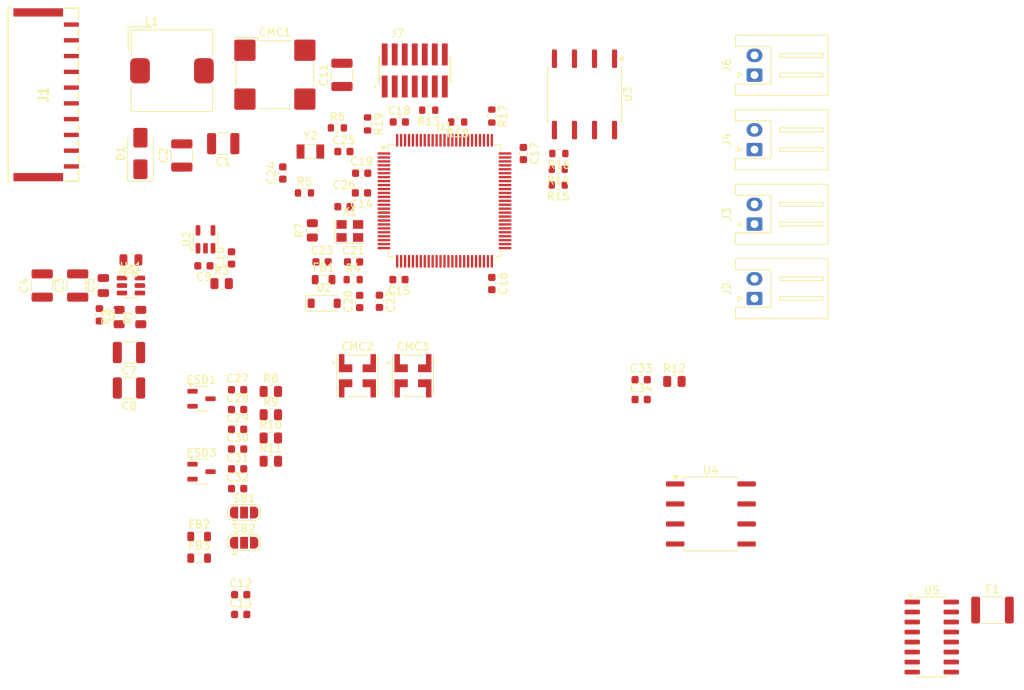
<source format=kicad_pcb>
(kicad_pcb (version 20240108) (generator "pcbnew") (generator_version "8.0")
  (layers (0 "F.Cu" signal) (1 "In1.Cu" power) (2 "In2.Cu" power) (31 "B.Cu" signal) (34 "B.Paste" user) (35 "F.Paste" user) (36 "B.SilkS" user "B.Silkscreen") (37 "F.SilkS" user "F.Silkscreen") (38 "B.Mask" user) (39 "F.Mask" user) (44 "Edge.Cuts" user))
  (net 0 "")
  (net 68 "Net-(C1-Pad1)")
  (net 69 "GND")
  (net 70 "+12V_CAR")
  (net 71 "+12V")
  (net 72 "Net-(Ue1-VBST)")
  (net 73 "Net-(Ue1-SW)")
  (net 74 "+5V")
  (net 75 "Net-(C12-Pad2)")
  (net 76 "Net-(C13-Pad2)")
  (net 77 "+3.3V")
  (net 78 "VREF")
  (net 79 "VDDA")
  (net 80 "Net-(C24-Pad2)")
  (net 81 "Net-(C25-Pad2)")
  (net 82 "Net-(U3-VCC2)")
  (net 83 "Net-(SB1-C)")
  (net 84 "Net-(U4-VCC2)")
  (net 85 "Net-(SB2-C)")
  (net 86 "CAN_CRIT_L")
  (net 87 "CAN_CRIT_H")
  (net 88 "CAN_COMM_H")
  (net 89 "CAN_COMM_L")
  (net 90 "/Connectors/Vbus")
  (net 91 "Net-(Ue1-VFB)")
  (net 92 "Net-(U2-EN)")
  (net 93 "LSE_OSC_IN")
  (net 94 "LSE_OSC_OUT")
  (net 95 "Net-(X1-EN)")
  (net 96 "Net-(SB1-A)")
  (net 97 "Net-(SB1-B)")
  (net 98 "Net-(SB2-A)")
  (net 99 "Net-(SB2-B)")
  (net 100 "CAN_COMM_RX")
  (net 101 "CAN_COMM_TX")
  (net 102 "CAN_CRIT_TX")
  (net 103 "HSE_IN")
  (net 104 "CAN_CRIT_RX")
  (net 106 "Net-(U3-CANH)")
  (net 107 "Net-(U3-CANL)")
  (net 108 "Net-(U4-CANH)")
  (net 109 "Net-(U4-CANL)")
  (net 110 "Net-(U5-EN)")
  (net 111 "RGB_CH_1")
  (net 112 "RGB_CH_4")
  (net 113 "RGB_CH_2")
  (net 114 "RGB_CH_3")
  (net 115 "Net-(J2-Pin_2)")
  (net 116 "Net-(J3-Pin_2)")
  (net 117 "Net-(J4-Pin_2)")
  (net 118 "Net-(J6-Pin_2)")
  (net 119 "UART4_TX")
  (net 120 "UART4_RX")
  (net 121 "SWDIO")
  (net 122 "SWCLK")
  (net 123 "SWO")
  (net 124 "NRST")
  (net 125 "Net-(J7-Pad12)")
  (net 126 "Net-(J7-Pad13)")
  (net 127 "Net-(J7-Pad04)")
  (net 128 "Net-(J7-Pad06)")
  (net 129 "Net-(J7-Pad08)")
  (net 133 "Net-(J7-Pad11)")
  (net 134 "Net-(J7-Pad14)")
  (footprint "Capacitor_SMD:C_0603_1608Metric" (layer "F.Cu") (at 117.475 81.25)
    (property "Reference" "C21" (at 0 -1.43 0) (layer "F.SilkS"))
    (property "Value" "2.2uF")
    (pad "1" smd roundrect (at -0.775 0) (size 0.9 0.95) (layers "F.Cu" "F.Paste" "F.Mask") (net 79 "VDDA"))
    (pad "2" smd roundrect (at 0.775 0) (size 0.9 0.95) (layers "F.Cu" "F.Paste" "F.Mask") (net 69 "GND"))
  )
  (footprint "Capacitor_SMD:C_0805_2012Metric" (layer "F.Cu") (at 85.75 84.25 90)
    (property "Reference" "C5" (at 0 -1.68 90) (layer "F.SilkS"))
    (property "Value" "100nF")
    (pad "1" smd roundrect (at -0.95 0 90) (size 1 1.45) (layers "F.Cu" "F.Paste" "F.Mask") (net 71 "+12V"))
    (pad "2" smd roundrect (at 0.95 0 90) (size 1 1.45) (layers "F.Cu" "F.Paste" "F.Mask") (net 69 "GND"))
  )
  (footprint "Package_TO_SOT_SMD:SOT-23-5" (layer "F.Cu") (at 98.7 78.3875 90)
    (property "Reference" "U2" (at 0 -2.4 90) (layer "F.SilkS"))
    (property "Value" "TLV75733PDBV")
    (pad "1" smd roundrect (at -1.1375 -0.95 90) (size 1.325 0.6) (layers "F.Cu" "F.Paste" "F.Mask") (net 74 "+5V"))
    (pad "2" smd roundrect (at -1.1375 0 90) (size 1.325 0.6) (layers "F.Cu" "F.Paste" "F.Mask") (net 69 "GND"))
    (pad "3" smd roundrect (at -1.1375 0.95 90) (size 1.325 0.6) (layers "F.Cu" "F.Paste" "F.Mask") (net 92 "Net-(U2-EN)"))
    (pad "4" smd roundrect (at 1.1375 0.95 90) (size 1.325 0.6) (layers "F.Cu" "F.Paste" "F.Mask"))
    (pad "5" smd roundrect (at 1.1375 -0.95 90) (size 1.325 0.6) (layers "F.Cu" "F.Paste" "F.Mask") (net 77 "+3.3V"))
  )
  (footprint "Resistor_SMD:R_0603_1608Metric" (layer "F.Cu") (at 127 62 180)
    (property "Reference" "R13" (at 0 -1.43 360) (layer "F.SilkS"))
    (property "Value" "100")
    (pad "1" smd roundrect (at -0.825 0 180) (size 0.8 0.95) (layers "F.Cu" "F.Paste" "F.Mask") (net 133 "Net-(J7-Pad11)"))
    (pad "2" smd roundrect (at 0.825 0 180) (size 0.8 0.95) (layers "F.Cu" "F.Paste" "F.Mask") (net 69 "GND"))
  )
  (footprint "Diode_SMD:D_SMA" (layer "F.Cu") (at 90.45 67.5 90)
    (property "Reference" "D1" (at 0 -2.5 90) (layer "F.SilkS"))
    (property "Value" "SMAJ18A")
    (pad "1" smd roundrect (at -2 0 90) (size 2.5 1.8) (layers "F.Cu" "F.Paste" "F.Mask") (roundrect_rratio 0.1388888889) (net 70 "+12V_CAR"))
    (pad "2" smd roundrect (at 2 0 90) (size 2.5 1.8) (layers "F.Cu" "F.Paste" "F.Mask") (roundrect_rratio 0.1388888889) (net 69 "GND"))
  )
  (footprint "Capacitor_SMD:C_0603_1608Metric" (layer "F.Cu") (at 102.775 105)
    (property "Reference" "C30" (at 0 -1.43 0) (layer "F.SilkS"))
    (property "Value" "100nF")
    (pad "1" smd roundrect (at -0.775 0) (size 0.9 0.95) (layers "F.Cu" "F.Paste" "F.Mask") (net 77 "+3.3V"))
    (pad "2" smd roundrect (at 0.775 0) (size 0.9 0.95) (layers "F.Cu" "F.Paste" "F.Mask") (net 69 "GND"))
  )
  (footprint "Inductor_SMD:L_CommonModeChoke_Murata_DLW5BTMxxxSQ2x_5x5mm" (layer "F.Cu") (at 117.965 95.7)
    (property "Reference" "CMC2" (at 0 -3.7 0) (layer "F.SilkS"))
    (property "Value" "DLW43SH101XK2L")
    (pad "1" smd custom (at -1.5 -0.95 270) (size 1 1.7) (layers "F.Cu" "F.Paste" "F.Mask") (net 107 "Net-(U3-CANL)") (options (clearance outline) (anchor rect)) (primitives (gr_poly (pts (xy -1.8 0.85) (xy 0.5 0.85) (xy 0.5 -0.85) (xy -0.5 -0.85) (xy -0.5 0.15) (xy -1.8 0.15)) (width 0) (fill yes))))
    (pad "2" smd custom (at -1.5 0.95 270) (size 1 1.7) (layers "F.Cu" "F.Paste" "F.Mask") (net 86 "CAN_CRIT_L") (options (clearance outline) (anchor rect)) (primitives (gr_poly (pts (xy 1.8 0.85) (xy -0.5 0.85) (xy -0.5 -0.85) (xy 0.5 -0.85) (xy 0.5 0.15) (xy 1.8 0.15)) (width 0) (fill yes))))
    (pad "3" smd custom (at 1.5 0.95 90) (size 1 1.7) (layers "F.Cu" "F.Paste" "F.Mask") (net 87 "CAN_CRIT_H") (options (clearance outline) (anchor rect)) (primitives (gr_poly (pts (xy -1.8 0.85) (xy 0.5 0.85) (xy 0.5 -0.85) (xy -0.5 -0.85) (xy -0.5 0.15) (xy -1.8 0.15)) (width 0) (fill yes))))
    (pad "4" smd custom (at 1.5 -0.95 90) (size 1 1.7) (layers "F.Cu" "F.Paste" "F.Mask") (net 106 "Net-(U3-CANH)") (options (clearance outline) (anchor rect)) (primitives (gr_poly (pts (xy 1.8 0.85) (xy -0.5 0.85) (xy -0.5 -0.85) (xy 0.5 -0.85) (xy 0.5 0.15) (xy 1.8 0.15)) (width 0) (fill yes))))
  )
  (footprint "Package_SO:SOP-8_6.62x9.15mm_P2.54mm" (layer "F.Cu") (at 162.775 113.23)
    (property "Reference" "U4" (at 0 -5.52 0) (layer "F.SilkS"))
    (property "Value" "ISO1050DUB")
    (pad "1" smd roundrect (at -4.525 -3.81) (size 2.35 0.65) (layers "F.Cu" "F.Paste" "F.Mask") (net 77 "+3.3V"))
    (pad "2" smd roundrect (at -4.525 -1.27) (size 2.35 0.65) (layers "F.Cu" "F.Paste" "F.Mask") (net 100 "CAN_COMM_RX"))
    (pad "3" smd roundrect (at -4.525 1.27) (size 2.35 0.65) (layers "F.Cu" "F.Paste" "F.Mask") (net 101 "CAN_COMM_TX"))
    (pad "4" smd roundrect (at -4.525 3.81) (size 2.35 0.65) (layers "F.Cu" "F.Paste" "F.Mask") (net 69 "GND"))
    (pad "5" smd roundrect (at 4.525 3.81) (size 2.35 0.65) (layers "F.Cu" "F.Paste" "F.Mask") (net 69 "GND"))
    (pad "6" smd roundrect (at 4.525 1.27) (size 2.35 0.65) (layers "F.Cu" "F.Paste" "F.Mask") (net 109 "Net-(U4-CANL)"))
    (pad "7" smd roundrect (at 4.525 -1.27) (size 2.35 0.65) (layers "F.Cu" "F.Paste" "F.Mask") (net 108 "Net-(U4-CANH)"))
    (pad "8" smd roundrect (at 4.525 -3.81) (size 2.35 0.65) (layers "F.Cu" "F.Paste" "F.Mask") (net 84 "Net-(U4-VCC2)"))
  )
  (footprint "Capacitor_SMD:C_1210_3225Metric" (layer "F.Cu") (at 82.5 84.25 90)
    (property "Reference" "C3" (at 0 -2.3 90) (layer "F.SilkS"))
    (property "Value" "10uF")
    (pad "1" smd roundrect (at -1.475 0 90) (size 1.15 2.7) (layers "F.Cu" "F.Paste" "F.Mask") (roundrect_rratio 0.217391) (net 71 "+12V"))
    (pad "2" smd roundrect (at 1.475 0 90) (size 1.15 2.7) (layers "F.Cu" "F.Paste" "F.Mask") (roundrect_rratio 0.217391) (net 69 "GND"))
  )
  (footprint "Inductor_SMD:L_0805_2012Metric" (layer "F.Cu") (at 97.895 118.84)
    (property "Reference" "FB3" (at 0 -1.55 0) (layer "F.SilkS"))
    (property "Value" "200R/100MHz 500mA")
    (pad "1" smd roundrect (at -1.0625 0) (size 0.875 1.2) (layers "F.Cu" "F.Paste" "F.Mask") (net 84 "Net-(U4-VCC2)"))
    (pad "2" smd roundrect (at 1.0625 0) (size 0.875 1.2) (layers "F.Cu" "F.Paste" "F.Mask") (net 74 "+5V"))
  )
  (footprint "SMB10:SM10B-ULHK-1TA1-ETB_HF" (layer "F.Cu") (at 78.15 60.05 90)
    (property "Reference" "J1" (at 0 0.025 90) (layer "F.SilkS") (effects (font (size 1.27 1.27) (thickness 0.254))))
    (property "Value" "SM10B-ULHK-1TA1-ETB_HF_" (hide yes))
    (pad "1" smd rect (at -9.09 3.55 90) (size 0.55 1.9) (layers "F.Cu" "F.Paste" "F.Mask") (net 90 "/Connectors/Vbus"))
    (pad "2" smd rect (at -7.09 3.55 90) (size 0.55 1.9) (layers "F.Cu" "F.Paste" "F.Mask") (net 90 "/Connectors/Vbus"))
    (pad "3" smd rect (at -5.09 3.55 90) (size 0.55 1.9) (layers "F.Cu" "F.Paste" "F.Mask") (net 90 "/Connectors/Vbus"))
    (pad "4" smd rect (at -3.09 3.55 90) (size 0.55 1.9) (layers "F.Cu" "F.Paste" "F.Mask") (net 69 "GND"))
    (pad "5" smd rect (at -1.09 3.55 90) (size 0.55 1.9) (layers "F.Cu" "F.Paste" "F.Mask") (net 87 "CAN_CRIT_H"))
    (pad "6" smd rect (at 0.91 3.55 90) (size 0.55 1.9) (layers "F.Cu" "F.Paste" "F.Mask") (net 86 "CAN_CRIT_L"))
    (pad "7" smd rect (at 2.91 3.55 90) (size 0.55 1.9) (layers "F.Cu" "F.Paste" "F.Mask") (net 69 "GND"))
    (pad "8" smd rect (at 4.91 3.55 90) (size 0.55 1.9) (layers "F.Cu" "F.Paste" "F.Mask") (net 88 "CAN_COMM_H"))
    (pad "9" smd rect (at 6.91 3.55 90) (size 0.55 1.9) (layers "F.Cu" "F.Paste" "F.Mask") (net 89 "CAN_COMM_L"))
    (pad "10" smd rect (at 8.91 3.55 90) (size 0.55 1.9) (layers "F.Cu" "F.Paste" "F.Mask") (net 69 "GND"))
    (pad "11" smd rect (at -10.45 -0.65 90) (size 1.05 6.3) (layers "F.Cu" "F.Paste" "F.Mask") (net 69 "GND"))
    (pad "12" smd rect (at 10.45 -0.65 90) (size 1.05 6.3) (layers "F.Cu" "F.Paste" "F.Mask") (net 69 "GND"))
  )
  (footprint "Resistor_SMD:R_0603_1608Metric" (layer "F.Cu") (at 115.425 64.25)
    (property "Reference" "R6" (at 0 -1.43 0) (layer "F.SilkS"))
    (property "Value" "0")
    (pad "1" smd roundrect (at -0.825 0) (size 0.8 0.95) (layers "F.Cu" "F.Paste" "F.Mask") (net 81 "Net-(C25-Pad2)"))
    (pad "2" smd roundrect (at 0.825 0) (size 0.8 0.95) (layers "F.Cu" "F.Paste" "F.Mask") (net 94 "LSE_OSC_OUT"))
  )
  (footprint "Capacitor_SMD:C_0603_1608Metric" (layer "F.Cu") (at 102 80.75 90)
    (property "Reference" "C10" (at 0 -1.43 90) (layer "F.SilkS"))
    (property "Value" "2.2uF")
    (pad "1" smd roundrect (at -0.775 0 90) (size 0.9 0.95) (layers "F.Cu" "F.Paste" "F.Mask") (net 69 "GND"))
    (pad "2" smd roundrect (at 0.775 0 90) (size 0.9 0.95) (layers "F.Cu" "F.Paste" "F.Mask") (net 77 "+3.3V"))
  )
  (footprint "Package_TO_SOT_SMD:SOT-23-6" (layer "F.Cu") (at 89.25 84.25)
    (property "Reference" "Ue1" (at 0 -2.4 0) (layer "F.SilkS"))
    (property "Value" "TPS562200")
    (pad "1" smd roundrect (at -1.1375 -0.95) (size 1.325 0.6) (layers "F.Cu" "F.Paste" "F.Mask") (net 69 "GND"))
    (pad "2" smd roundrect (at -1.1375 0) (size 1.325 0.6) (layers "F.Cu" "F.Paste" "F.Mask") (net 73 "Net-(Ue1-SW)"))
    (pad "3" smd roundrect (at -1.1375 0.95) (size 1.325 0.6) (layers "F.Cu" "F.Paste" "F.Mask") (net 71 "+12V"))
    (pad "4" smd roundrect (at 1.1375 0.95) (size 1.325 0.6) (layers "F.Cu" "F.Paste" "F.Mask") (net 91 "Net-(Ue1-VFB)"))
    (pad "5" smd roundrect (at 1.1375 0) (size 1.325 0.6) (layers "F.Cu" "F.Paste" "F.Mask") (net 71 "+12V"))
    (pad "6" smd roundrect (at 1.1375 -0.95) (size 1.325 0.6) (layers "F.Cu" "F.Paste" "F.Mask") (net 72 "Net-(Ue1-VBST)"))
  )
  (footprint "Resistor_SMD:R_0805_2012Metric" (layer "F.Cu") (at 106.985 106.54)
    (property "Reference" "R11" (at 0 -1.65 0) (layer "F.SilkS"))
    (property "Value" "60.4")
    (pad "1" smd roundrect (at -0.9125 0) (size 1.025 1.4) (layers "F.Cu" "F.Paste" "F.Mask") (roundrect_rratio 0.243902) (net 99 "Net-(SB2-B)"))
    (pad "2" smd roundrect (at 0.9125 0) (size 1.025 1.4) (layers "F.Cu" "F.Paste" "F.Mask") (roundrect_rratio 0.243902) (net 89 "CAN_COMM_L"))
  )
  (footprint "Capacitor_SMD:C_0603_1608Metric" (layer "F.Cu") (at 103.165 125.98)
    (property "Reference" "C13" (at 0 -1.43 0) (layer "F.SilkS"))
    (property "Value" "2.2uF")
    (pad "1" smd roundrect (at -0.775 0) (size 0.9 0.95) (layers "F.Cu" "F.Paste" "F.Mask") (net 69 "GND"))
    (pad "2" smd roundrect (at 0.775 0) (size 0.9 0.95) (layers "F.Cu" "F.Paste" "F.Mask") (net 76 "Net-(C13-Pad2)"))
  )
  (footprint "Inductor_SMD:L_CommonModeChoke_Murata_DLW5BTMxxxSQ2x_5x5mm" (layer "F.Cu") (at 125 95.7)
    (property "Reference" "CMC3" (at 0 -3.7 0) (layer "F.SilkS"))
    (property "Value" "DLW43SH101XK2L")
    (pad "1" smd custom (at -1.5 -0.95 270) (size 1 1.7) (layers "F.Cu" "F.Paste" "F.Mask") (net 109 "Net-(U4-CANL)") (options (clearance outline) (anchor rect)) (primitives (gr_poly (pts (xy -1.8 0.85) (xy 0.5 0.85) (xy 0.5 -0.85) (xy -0.5 -0.85) (xy -0.5 0.15) (xy -1.8 0.15)) (width 0) (fill yes))))
    (pad "2" smd custom (at -1.5 0.95 270) (size 1 1.7) (layers "F.Cu" "F.Paste" "F.Mask") (net 89 "CAN_COMM_L") (options (clearance outline) (anchor rect)) (primitives (gr_poly (pts (xy 1.8 0.85) (xy -0.5 0.85) (xy -0.5 -0.85) (xy 0.5 -0.85) (xy 0.5 0.15) (xy 1.8 0.15)) (width 0) (fill yes))))
    (pad "3" smd custom (at 1.5 0.95 90) (size 1 1.7) (layers "F.Cu" "F.Paste" "F.Mask") (net 88 "CAN_COMM_H") (options (clearance outline) (anchor rect)) (primitives (gr_poly (pts (xy -1.8 0.85) (xy 0.5 0.85) (xy 0.5 -0.85) (xy -0.5 -0.85) (xy -0.5 0.15) (xy -1.8 0.15)) (width 0) (fill yes))))
    (pad "4" smd custom (at 1.5 -0.95 90) (size 1 1.7) (layers "F.Cu" "F.Paste" "F.Mask") (net 108 "Net-(U4-CANH)") (options (clearance outline) (anchor rect)) (primitives (gr_poly (pts (xy 1.8 0.85) (xy -0.5 0.85) (xy -0.5 -0.85) (xy 0.5 -0.85) (xy 0.5 0.15) (xy 1.8 0.15)) (width 0) (fill yes))))
  )
  (footprint "Resistor_SMD:R_0805_2012Metric" (layer "F.Cu") (at 112.25 77.25 90)
    (property "Reference" "R7" (at 0 -1.65 90) (layer "F.SilkS"))
    (property "Value" "10K")
    (pad "1" smd roundrect (at -0.9125 0 90) (size 1.025 1.4) (layers "F.Cu" "F.Paste" "F.Mask") (roundrect_rratio 0.243902) (net 95 "Net-(X1-EN)"))
    (pad "2" smd roundrect (at 0.9125 0 90) (size 1.025 1.4) (layers "F.Cu" "F.Paste" "F.Mask") (roundrect_rratio 0.243902) (net 77 "+3.3V"))
  )
  (footprint "Capacitor_SMD:C_1210_3225Metric" (layer "F.Cu") (at 100.95 66.25 180)
    (property "Reference" "C1" (at 0 -2.3 360) (layer "F.SilkS"))
    (property "Value" "10uF")
    (pad "1" smd roundrect (at -1.475 0 180) (size 1.15 2.7) (layers "F.Cu" "F.Paste" "F.Mask") (roundrect_rratio 0.217391) (net 68 "Net-(C1-Pad1)"))
    (pad "2" smd roundrect (at 1.475 0 180) (size 1.15 2.7) (layers "F.Cu" "F.Paste" "F.Mask") (roundrect_rratio 0.217391) (net 69 "GND"))
  )
  (footprint "Resistor_SMD:R_0603_1608Metric" (layer "F.Cu") (at 117.425 83.5)
    (property "Reference" "R4" (at 0 -1.43 0) (layer "F.SilkS"))
    (property "Value" "47")
    (pad "1" smd roundrect (at -0.825 0) (size 0.8 0.95) (layers "F.Cu" "F.Paste" "F.Mask") (net 79 "VDDA"))
    (pad "2" smd roundrect (at 0.825 0) (size 0.8 0.95) (layers "F.Cu" "F.Paste" "F.Mask") (net 78 "VREF"))
  )
  (footprint "Connector_JST:JST_XH_S2B-XH-A_1x02_P2.50mm_Horizontal" (layer "F.Cu") (at 168.3 67 90)
    (property "Reference" "J4" (at 1.25 -3.5 90) (layer "F.SilkS"))
    (property "Value" "Conn_01x02")
    (pad "1" thru_hole roundrect (at 0 0 90) (size 1.7 2) (drill 1) (layers "*.Cu" "*.Mask") (roundrect_rratio 0.147059) (net 69 "GND"))
    (pad "2" thru_hole oval (at 2.5 0 90) (size 1.7 2) (drill 1) (layers "*.Cu" "*.Mask") (net 117 "Net-(J4-Pin_2)"))
  )
  (footprint "Capacitor_SMD:C_1210_3225Metric" (layer "F.Cu") (at 89 97.25 180)
    (property "Reference" "C8" (at 0 -2.3 360) (layer "F.SilkS"))
    (property "Value" "10uF")
    (pad "1" smd roundrect (at -1.475 0 180) (size 1.15 2.7) (layers "F.Cu" "F.Paste" "F.Mask") (roundrect_rratio 0.217391) (net 74 "+5V"))
    (pad "2" smd roundrect (at 1.475 0 180) (size 1.15 2.7) (layers "F.Cu" "F.Paste" "F.Mask") (roundrect_rratio 0.217391) (net 69 "GND"))
  )
  (footprint "Resistor_SMD:R_0603_1608Metric" (layer "F.Cu") (at 143.5 67.5 180)
    (property "Reference" "R16" (at 0 -1.43 360) (layer "F.SilkS"))
    (property "Value" "100")
    (pad "1" smd roundrect (at -0.825 0 180) (size 0.8 0.95) (layers "F.Cu" "F.Paste" "F.Mask") (net 127 "Net-(J7-Pad04)"))
    (pad "2" smd roundrect (at 0.825 0 180) (size 0.8 0.95) (layers "F.Cu" "F.Paste" "F.Mask") (net 121 "SWDIO"))
  )
  (footprint "Oscillator:Oscillator_SMD_Abracon_ASE-4Pin_3.2x2.5mm" (layer "F.Cu") (at 117 77.325)
    (property "Reference" "X1" (at 0 -2.45 360) (layer "F.SilkS"))
    (property "Value" "ASE-16.00MHz")
    (pad "1" smd rect (at -1.05 0.825) (size 1.3 1.1) (layers "F.Cu" "F.Paste" "F.Mask") (net 95 "Net-(X1-EN)"))
    (pad "2" smd rect (at 1.05 0.825) (size 1.3 1.1) (layers "F.Cu" "F.Paste" "F.Mask") (net 69 "GND"))
    (pad "3" smd rect (at 1.05 -0.825) (size 1.3 1.1) (layers "F.Cu" "F.Paste" "F.Mask") (net 103 "HSE_IN"))
    (pad "4" smd rect (at -1.05 -0.825) (size 1.3 1.1) (layers "F.Cu" "F.Paste" "F.Mask") (net 77 "+3.3V"))
  )
  (footprint "Capacitor_SMD:C_1210_3225Metric" (layer "F.Cu") (at 116 57.525 90)
    (property "Reference" "C11" (at 0 -2.3 90) (layer "F.SilkS"))
    (property "Value" "10uF")
    (pad "1" smd roundrect (at -1.475 0 90) (size 1.15 2.7) (layers "F.Cu" "F.Paste" "F.Mask") (roundrect_rratio 0.217391) (net 71 "+12V"))
    (pad "2" smd roundrect (at 1.475 0 90) (size 1.15 2.7) (layers "F.Cu" "F.Paste" "F.Mask") (roundrect_rratio 0.217391) (net 69 "GND"))
  )
  (footprint "Resistor_SMD:R_0603_1608Metric" (layer "F.Cu") (at 130.675 63.5 180)
    (property "Reference" "R18" (at 0 -1.43 360) (layer "F.SilkS"))
    (property "Value" "100")
    (pad "1" smd roundrect (at -0.825 0 180) (size 0.8 0.95) (layers "F.Cu" "F.Paste" "F.Mask") (net 129 "Net-(J7-Pad08)"))
    (pad "2" smd roundrect (at 0.825 0 180) (size 0.8 0.95) (layers "F.Cu" "F.Paste" "F.Mask") (net 123 "SWO"))
  )
  (footprint "Inductor_SMD:L_0603_1608Metric" (layer "F.Cu") (at 85.25 87.9625 -90)
    (property "Reference" "L2" (at 0 -1.43 90) (layer "F.SilkS"))
    (property "Value" "4.7uH")
    (pad "1" smd roundrect (at -0.7875 0 270) (size 0.875 0.95) (layers "F.Cu" "F.Paste" "F.Mask") (net 73 "Net-(Ue1-SW)"))
    (pad "2" smd roundrect (at 0.7875 0 270) (size 0.875 0.95) (layers "F.Cu" "F.Paste" "F.Mask") (net 74 "+5V"))
  )
  (footprint "Diode_SMD:D_SOD-123" (layer "F.Cu") (at 113.75 86.5)
    (property "Reference" "D2" (at 0 -2 0) (layer "F.SilkS"))
    (property "Value" "1N5819W1")
    (pad "1" smd roundrect (at -1.65 0) (size 0.9 1.2) (layers "F.Cu" "F.Paste" "F.Mask") (net 77 "+3.3V"))
    (pad "2" smd roundrect (at 1.65 0) (size 0.9 1.2) (layers "F.Cu" "F.Paste" "F.Mask") (net 79 "VDDA"))
  )
  (footprint "Inductor_SMD:L_0805_2012Metric" (layer "F.Cu") (at 97.895 116.09)
    (property "Reference" "FB2" (at 0 -1.55 0) (layer "F.SilkS"))
    (property "Value" "200R/100MHz 500mA")
    (pad "1" smd roundrect (at -1.0625 0) (size 0.875 1.2) (layers "F.Cu" "F.Paste" "F.Mask") (net 82 "Net-(U3-VCC2)"))
    (pad "2" smd roundrect (at 1.0625 0) (size 0.875 1.2) (layers "F.Cu" "F.Paste" "F.Mask") (net 74 "+5V"))
  )
  (footprint "Capacitor_SMD:C_0603_1608Metric" (layer "F.Cu") (at 123.275 63.5)
    (property "Reference" "C18" (at 0 -1.43 0) (layer "F.SilkS"))
    (property "Value" "100nF")
    (pad "1" smd roundrect (at -0.775 0) (size 0.9 0.95) (layers "F.Cu" "F.Paste" "F.Mask") (net 77 "+3.3V"))
    (pad "2" smd roundrect (at 0.775 0) (size 0.9 0.95) (layers "F.Cu" "F.Paste" "F.Mask") (net 69 "GND"))
  )
  (footprint "Capacitor_SMD:C_0805_2012Metric" (layer "F.Cu") (at 89.25 81 180)
    (property "Reference" "C6" (at 0 -1.68 360) (layer "F.SilkS"))
    (property "Value" "100nF")
    (pad "1" smd roundrect (at -0.95 0 180) (size 1 1.45) (layers "F.Cu" "F.Paste" "F.Mask") (net 72 "Net-(Ue1-VBST)"))
    (pad "2" smd roundrect (at 0.95 0 180) (size 1 1.45) (layers "F.Cu" "F.Paste" "F.Mask") (net 73 "Net-(Ue1-SW)"))
  )
  (footprint "Resistor_SMD:R_0805_2012Metric" (layer "F.Cu") (at 106.985 103.59)
    (property "Reference" "R10" (at 0 -1.65 0) (layer "F.SilkS"))
    (property "Value" "60.4")
    (pad "1" smd roundrect (at -0.9125 0) (size 1.025 1.4) (layers "F.Cu" "F.Paste" "F.Mask") (roundrect_rratio 0.243902) (net 98 "Net-(SB2-A)"))
    (pad "2" smd roundrect (at 0.9125 0) (size 1.025 1.4) (layers "F.Cu" "F.Paste" "F.Mask") (roundrect_rratio 0.243902) (net 88 "CAN_COMM_H"))
  )
  (footprint "Resistor_SMD:R_0603_1608Metric" (layer "F.Cu") (at 143.425 69.5 180)
    (property "Reference" "R14" (at 0 -1.43 360) (layer "F.SilkS"))
    (property "Value" "0")
    (pad "1" smd roundrect (at -0.825 0 180) (size 0.8 0.95) (layers "F.Cu" "F.Paste" "F.Mask") (net 134 "Net-(J7-Pad14)"))
    (pad "2" smd roundrect (at 0.825 0 180) (size 0.8 0.95) (layers "F.Cu" "F.Paste" "F.Mask") (net 119 "UART4_TX"))
  )
  (footprint "Capacitor_SMD:C_0603_1608Metric" (layer "F.Cu") (at 98.5 81.75 180)
    (property "Reference" "C9" (at 0 -1.43 360) (layer "F.SilkS"))
    (property "Value" "2.2uF")
    (pad "1" smd roundrect (at -0.775 0 180) (size 0.9 0.95) (layers "F.Cu" "F.Paste" "F.Mask") (net 69 "GND"))
    (pad "2" smd roundrect (at 0.775 0 180) (size 0.9 0.95) (layers "F.Cu" "F.Paste" "F.Mask") (net 74 "+5V"))
  )
  (footprint "Capacitor_SMD:C_0603_1608Metric" (layer "F.Cu") (at 118.5 70 180)
    (property "Reference" "C19" (at 0 1.5 360) (layer "F.SilkS"))
    (property "Value" "100nF")
    (pad "1" smd roundrect (at -0.775 0 180) (size 0.9 0.95) (layers "F.Cu" "F.Paste" "F.Mask") (net 77 "+3.3V"))
    (pad "2" smd roundrect (at 0.775 0 180) (size 0.9 0.95) (layers "F.Cu" "F.Paste" "F.Mask") (net 69 "GND"))
  )
  (footprint "Capacitor_SMD:C_0603_1608Metric" (layer "F.Cu") (at 153.9371 96.1967)
    (property "Reference" "C33" (at 0 -1.43 0) (layer "F.SilkS"))
    (property "Value" "100nF")
    (pad "1" smd roundrect (at -0.775 0) (size 0.9 0.95) (layers "F.Cu" "F.Paste" "F.Mask") (net 77 "+3.3V"))
    (pad "2" smd roundrect (at 0.775 0) (size 0.9 0.95) (layers "F.Cu" "F.Paste" "F.Mask") (net 69 "GND"))
  )
  (footprint "Capacitor_SMD:C_0603_1608Metric" (layer "F.Cu") (at 118.475 72.5 180)
    (property "Reference" "C14" (at 0 -1.43 360) (layer "F.SilkS"))
    (property "Value" "100nF")
    (pad "1" smd roundrect (at -0.775 0 180) (size 0.9 0.95) (layers "F.Cu" "F.Paste" "F.Mask") (net 77 "+3.3V"))
    (pad "2" smd roundrect (at 0.775 0 180) (size 0.9 0.95) (layers "F.Cu" "F.Paste" "F.Mask") (net 69 "GND"))
  )
  (footprint "Capacitor_SMD:C_1210_3225Metric" (layer "F.Cu") (at 78 84.25 90)
    (property "Reference" "C4" (at 0 -2.3 90) (layer "F.SilkS"))
    (property "Value" "10uF")
    (pad "1" smd roundrect (at -1.475 0 90) (size 1.15 2.7) (layers "F.Cu" "F.Paste" "F.Mask") (roundrect_rratio 0.217391) (net 71 "+12V"))
    (pad "2" smd roundrect (at 1.475 0 90) (size 1.15 2.7) (layers "F.Cu" "F.Paste" "F.Mask") (roundrect_rratio 0.217391) (net 69 "GND"))
  )
  (footprint "Package_QFP:LQFP-100_14x14mm_P0.5mm" (layer "F.Cu") (at 129 73.5)
    (property "Reference" "U1" (at 0 -9.42 0) (layer "F.SilkS"))
    (property "Value" "STM32H743VITx")
    (pad "1" smd roundrect (at -7.675 -6) (size 1.6 0.3) (layers "F.Cu" "F.Paste" "F.Mask"))
    (pad "2" smd roundrect (at -7.675 -5.5) (size 1.6 0.3) (layers "F.Cu" "F.Paste" "F.Mask"))
    (pad "3" smd roundrect (at -7.675 -5) (size 1.6 0.3) (layers "F.Cu" "F.Paste" "F.Mask"))
    (pad "4" smd roundrect (at -7.675 -4.5) (size 1.6 0.3) (layers "F.Cu" "F.Paste" "F.Mask"))
    (pad "5" smd roundrect (at -7.675 -4) (size 1.6 0.3) (layers "F.Cu" "F.Paste" "F.Mask"))
    (pad "6" smd roundrect (at -7.675 -3.5) (size 1.6 0.3) (layers "F.Cu" "F.Paste" "F.Mask") (net 77 "+3.3V"))
    (pad "7" smd roundrect (at -7.675 -3) (size 1.6 0.3) (layers "F.Cu" "F.Paste" "F.Mask"))
    (pad "8" smd roundrect (at -7.675 -2.5) (size 1.6 0.3) (layers "F.Cu" "F.Paste" "F.Mask") (net 93 "LSE_OSC_IN"))
    (pad "9" smd roundrect (at -7.675 -2) (size 1.6 0.3) (layers "F.Cu" "F.Paste" "F.Mask") (net 94 "LSE_OSC_OUT"))
    (pad "10" smd roundrect (at -7.675 -1.5) (size 1.6 0.3) (layers "F.Cu" "F.Paste" "F.Mask") (net 69 "GND"))
    (pad "11" smd roundrect (at -7.675 -1) (size 1.6 0.3) (layers "F.Cu" "F.Paste" "F.Mask") (net 77 "+3.3V"))
    (pad "12" smd roundrect (at -7.675 -0.5) (size 1.6 0.3) (layers "F.Cu" "F.Paste" "F.Mask") (net 103 "HSE_IN"))
    (pad "13" smd roundrect (at -7.675 0) (size 1.6 0.3) (layers "F.Cu" "F.Paste" "F.Mask"))
    (pad "14" smd roundrect (at -7.675 0.5) (size 1.6 0.3) (layers "F.Cu" "F.Paste" "F.Mask") (net 124 "NRST"))
    (pad "15" smd roundrect (at -7.675 1) (size 1.6 0.3) (layers "F.Cu" "F.Paste" "F.Mask"))
    (pad "16" smd roundrect (at -7.675 1.5) (size 1.6 0.3) (layers "F.Cu" "F.Paste" "F.Mask"))
    (pad "17" smd roundrect (at -7.675 2) (size 1.6 0.3) (layers "F.Cu" "F.Paste" "F.Mask"))
    (pad "18" smd roundrect (at -7.675 2.5) (size 1.6 0.3) (layers "F.Cu" "F.Paste" "F.Mask"))
    (pad "19" smd roundrect (at -7.675 3) (size 1.6 0.3) (layers "F.Cu" "F.Paste" "F.Mask") (net 69 "GND"))
    (pad "20" smd roundrect (at -7.675 3.5) (size 1.6 0.3) (layers "F.Cu" "F.Paste" "F.Mask") (net 78 "VREF"))
    (pad "21" smd roundrect (at -7.675 4) (size 1.6 0.3) (layers "F.Cu" "F.Paste" "F.Mask") (net 79 "VDDA"))
    (pad "22" smd roundrect (at -7.675 4.5) (size 1.6 0.3) (layers "F.Cu" "F.Paste" "F.Mask"))
    (pad "23" smd roundrect (at -7.675 5) (size 1.6 0.3) (layers "F.Cu" "F.Paste" "F.Mask"))
    (pad "24" smd roundrect (at -7.675 5.5) (size 1.6 0.3) (layers "F.Cu" "F.Paste" "F.Mask"))
    (pad "25" smd roundrect (at -7.675 6) (size 1.6 0.3) (layers "F.Cu" "F.Paste" "F.Mask"))
    (pad "26" smd roundrect (at -6 7.675) (size 0.3 1.6) (layers "F.Cu" "F.Paste" "F.Mask") (net 69 "GND"))
    (pad "27" smd roundrect (at -5.5 7.675) (size 0.3 1.6) (layers "F.Cu" "F.Paste" "F.Mask") (net 77 "+3.3V"))
    (pad "28" smd roundrect (at -5 7.675) (size 0.3 1.6) (layers "F.Cu" "F.Paste" "F.Mask"))
    (pad "29" smd roundrect (at -4.5 7.675) (size 0.3 1.6) (layers "F.Cu" "F.Paste" "F.Mask"))
    (pad "30" smd roundrect (at -4 7.675) (size 0.3 1.6) (layers "F.Cu" "F.Paste" "F.Mask"))
    (pad "31" smd roundrect (at -3.5 7.675) (size 0.3 1.6) (layers "F.Cu" "F.Paste" "F.Mask"))
    (pad "32" smd roundrect (at -3 7.675) (size 0.3 1.6) (layers "F.Cu" "F.Paste" "F.Mask"))
    (pad "33" smd roundrect (at -2.5 7.675) (size 0.3 1.6) (layers "F.Cu" "F.Paste" "F.Mask"))
    (pad "34" smd roundrect (at -2 7.675) (size 0.3 1.6) (layers "F.Cu" "F.Paste" "F.Mask"))
    (pad "35" smd roundrect (at -1.5 7.675) (size 0.3 1.6) (layers "F.Cu" "F.Paste" "F.Mask"))
    (pad "36" smd roundrect (at -1 7.675) (size 0.3 1.6) (layers "F.Cu" "F.Paste" "F.Mask"))
    (pad "37" smd roundrect (at -0.5 7.675) (size 0.3 1.6) (layers "F.Cu" "F.Paste" "F.Mask"))
    (pad "38" smd roundrect (at 0 7.675) (size 0.3 1.6) (layers "F.Cu" "F.Paste" "F.Mask"))
    (pad "39" smd roundrect (at 0.5 7.675) (size 0.3 1.6) (layers "F.Cu" "F.Paste" "F.Mask") (net 111 "RGB_CH_1"))
    (pad "40" smd roundrect (at 1 7.675) (size 0.3 1.6) (layers "F.Cu" "F.Paste" "F.Mask"))
    (pad "41" smd roundrect (at 1.5 7.675) (size 0.3 1.6) (layers "F.Cu" "F.Paste" "F.Mask") (net 113 "RGB_CH_2"))
    (pad "42" smd roundrect (at 2 7.675) (size 0.3 1.6) (layers "F.Cu" "F.Paste" "F.Mask"))
    (pad "43" smd roundrect (at 2.5 7.675) (size 0.3 1.6) (layers "F.Cu" "F.Paste" "F.Mask") (net 114 "RGB_CH_3"))
    (pad "44" smd roundrect (at 3 7.675) (size 0.3 1.6) (layers "F.Cu" "F.Paste" "F.Mask") (net 112 "RGB_CH_4"))
    (pad "45" smd roundrect (at 3.5 7.675) (size 0.3 1.6) (layers "F.Cu" "F.Paste" "F.Mask"))
    (pad "46" smd roundrect (at 4 7.675) (size 0.3 1.6) (layers "F.Cu" "F.Paste" "F.Mask"))
    (pad "47" smd roundrect (at 4.5 7.675) (size 0.3 1.6) (layers "F.Cu" "F.Paste" "F.Mask"))
    (pad "48" smd roundrect (at 5 7.675) (size 0.3 1.6) (layers "F.Cu" "F.Paste" "F.Mask") (net 75 "Net-(C12-Pad2)"))
    (pad "49" smd roundrect (at 5.5 7.675) (size 0.3 1.6) (layers "F.Cu" "F.Paste" "F.Mask") (net 69 "GND"))
    (pad "50" smd roundrect (at 6 7.675) (size 0.3 1.6) (layers "F.Cu" "F.Paste" "F.Mask") (net 77 "+3.3V"))
    (pad "51" smd roundrect (at 7.675 6) (size 1.6 0.3) (layers "F.Cu" "F.Paste" "F.Mask"))
    (pad "52" smd roundrect (at 7.675 5.5) (size 1.6 0.3) (layers "F.Cu" "F.Paste" "F.Mask"))
    (pad "53" smd roundrect (at 7.675 5) (size 1.6 0.3) (layers "F.Cu" "F.Paste" "F.Mask"))
    (pad "54" smd roundrect (at 7.675 4.5) (size 1.6 0.3) (layers "F.Cu" "F.Paste" "F.Mask"))
    (pad "55" smd roundrect (at 7.675 4) (size 1.6 0.3) (layers "F.Cu" "F.Paste" "F.Mask"))
    (pad "56" smd roundrect (at 7.675 3.5) (size 1.6 0.3) (layers "F.Cu" "F.Paste" "F.Mask"))
    (pad "57" smd roundrect (at 7.675 3) (size 1.6 0.3) (layers "F.Cu" "F.Paste" "F.Mask"))
    (pad "58" smd roundrect (at 7.675 2.5) (size 1.6 0.3) (layers "F.Cu" "F.Paste" "F.Mask"))
    (pad "59" smd roundrect (at 7.675 2) (size 1.6 0.3) (layers "F.Cu" "F.Paste" "F.Mask"))
    (pad "60" smd roundrect (at 7.675 1.5) (size 1.6 0.3) (layers "F.Cu" "F.Paste" "F.Mask"))
    (pad "61" smd roundrect (at 7.675 1) (size 1.6 0.3) (layers "F.Cu" "F.Paste" "F.Mask"))
    (pad "62" smd roundrect (at 7.675 0.5) (size 1.6 0.3) (layers "F.Cu" "F.Paste" "F.Mask"))
    (pad "63" smd roundrect (at 7.675 0) (size 1.6 0.3) (layers "F.Cu" "F.Paste" "F.Mask"))
    (pad "64" smd roundrect (at 7.675 -0.5) (size 1.6 0.3) (layers "F.Cu" "F.Paste" "F.Mask"))
    (pad "65" smd roundrect (at 7.675 -1) (size 1.6 0.3) (layers "F.Cu" "F.Paste" "F.Mask"))
    (pad "66" smd roundrect (at 7.675 -1.5) (size 1.6 0.3) (layers "F.Cu" "F.Paste" "F.Mask"))
    (pad "67" smd roundrect (at 7.675 -2) (size 1.6 0.3) (layers "F.Cu" "F.Paste" "F.Mask"))
    (pad "68" smd roundrect (at 7.675 -2.5) (size 1.6 0.3) (layers "F.Cu" "F.Paste" "F.Mask"))
    (pad "69" smd roundrect (at 7.675 -3) (size 1.6 0.3) (layers "F.Cu" "F.Paste" "F.Mask"))
    (pad "70" smd roundrect (at 7.675 -3.5) (size 1.6 0.3) (layers "F.Cu" "F.Paste" "F.Mask") (net 120 "UART4_RX"))
    (pad "71" smd roundrect (at 7.675 -4) (size 1.6 0.3) (layers "F.Cu" "F.Paste" "F.Mask") (net 119 "UART4_TX"))
    (pad "72" smd roundrect (at 7.675 -4.5) (size 1.6 0.3) (layers "F.Cu" "F.Paste" "F.Mask") (net 121 "SWDIO"))
    (pad "73" smd roundrect (at 7.675 -5) (size 1.6 0.3) (layers "F.Cu" "F.Paste" "F.Mask") (net 76 "Net-(C13-Pad2)"))
    (pad "74" smd roundrect (at 7.675 -5.5) (size 1.6 0.3) (layers "F.Cu" "F.Paste" "F.Mask") (net 69 "GND"))
    (pad "75" smd roundrect (at 7.675 -6) (size 1.6 0.3) (layers "F.Cu" "F.Paste" "F.Mask") (net 77 "+3.3V"))
    (pad "76" smd roundrect (at 6 -7.675) (size 0.3 1.6) (layers "F.Cu" "F.Paste" "F.Mask") (net 122 "SWCLK"))
    (pad "77" smd roundrect (at 5.5 -7.675) (size 0.3 1.6) (layers "F.Cu" "F.Paste" "F.Mask"))
    (pad "78" smd roundrect (at 5 -7.675) (size 0.3 1.6) (layers "F.Cu" "F.Paste" "F.Mask"))
    (pad "79" smd roundrect (at 4.5 -7.675) (size 0.3 1.6) (layers "F.Cu" "F.Paste" "F.Mask"))
    (pad "80" smd roundrect (at 4 -7.675) (size 0.3 1.6) (layers "F.Cu" "F.Paste" "F.Mask"))
    (pad "81" smd roundrect (at 3.5 -7.675) (size 0.3 1.6) (layers "F.Cu" "F.Paste" "F.Mask"))
    (pad "82" smd roundrect (at 3 -7.675) (size 0.3 1.6) (layers "F.Cu" "F.Paste" "F.Mask"))
    (pad "83" smd roundrect (at 2.5 -7.675) (size 0.3 1.6) (layers "F.Cu" "F.Paste" "F.Mask"))
    (pad "84" smd roundrect (at 2 -7.675) (size 0.3 1.6) (layers "F.Cu" "F.Paste" "F.Mask"))
    (pad "85" smd roundrect (at 1.5 -7.675) (size 0.3 1.6) (layers "F.Cu" "F.Paste" "F.Mask"))
    (pad "86" smd roundrect (at 1 -7.675) (size 0.3 1.6) (layers "F.Cu" "F.Paste" "F.Mask"))
    (pad "87" smd roundrect (at 0.5 -7.675) (size 0.3 1.6) (layers "F.Cu" "F.Paste" "F.Mask"))
    (pad "88" smd roundrect (at 0 -7.675) (size 0.3 1.6) (layers "F.Cu" "F.Paste" "F.Mask"))
    (pad "89" smd roundrect (at -0.5 -7.675) (size 0.3 1.6) (layers "F.Cu" "F.Paste" "F.Mask") (net 123 "SWO"))
    (pad "90" smd roundrect (at -1 -7.675) (size 0.3 1.6) (layers "F.Cu" "F.Paste" "F.Mask"))
    (pad "91" smd roundrect (at -1.5 -7.675) (size 0.3 1.6) (layers "F.Cu" "F.Paste" "F.Mask") (net 100 "CAN_COMM_RX"))
    (pad "92" smd roundrect (at -2 -7.675) (size 0.3 1.6) (layers "F.Cu" "F.Paste" "F.Mask") (net 101 "CAN_COMM_TX"))
    (pad "93" smd roundrect (at -2.5 -7.675) (size 0.3 1.6) (layers "F.Cu" "F.Paste" "F.Mask"))
    (pad "94" smd roundrect (at -3 -7.675) (size 0.3 1.6) (layers "F.Cu" "F.Paste" "F.Mask"))
    (pad "95" smd roundrect (at -3.5 -7.675) (size 0.3 1.6) (layers "F.Cu" "F.Paste" "F.Mask") (net 104 "CAN_CRIT_RX"))
    (pad "96" smd roundrect (at -4 -7.675) (size 0.3 1.6) (layers "F.Cu" "F.Paste" "F.Mask") (net 102 "CAN_CRIT_TX"))
    (pad "97" smd roundrect (at -4.5 -7.675) (size 0.3 1.6) (layers "F.Cu" "F.Paste" "F.Mask"))
    (pad "98" smd roundrect (at -5 -7.675) (size 0.3 1.6) (layers "F.Cu" "F.Paste" "F.Mask"))
    (pad "99" smd roundrect (at -5.5 -7.675) (size 0.3 1.6) (layers "F.Cu" "F.Paste" "F.Mask") (net 69 "GND"))
    (pad "100" smd roundrect (at -6 -7.675) (size 0.3 1.6) (layers "F.Cu" "F.Paste" "F.Mask") (net 77 "+3.3V"))
  )
  (footprint "Capacitor_SMD:C_0603_1608Metric" (layer "F.Cu") (at 118.25 86.275 90)
    (property "Reference" "C20" (at 0 -1.43 90) (layer "F.SilkS"))
    (property "Value" "2.2uF")
    (pad "1" smd roundrect (at -0.775 0 90) (size 0.9 0.95) (layers "F.Cu" "F.Paste" "F.Mask") (net 69 "GND"))
    (pad "2" smd roundrect (at 0.775 0 90) (size 0.9 0.95) (layers "F.Cu" "F.Paste" "F.Mask") (net 78 "VREF"))
  )
  (footprint "Resistor_SMD:R_0603_1608Metric" (layer "F.Cu") (at 119.25 63.75 -90)
    (property "Reference" "R19" (at 0 -1.43 90) (layer "F.SilkS"))
    (property "Value" "100")
    (pad "1" smd roundrect (at -0.825 0 270) (size 0.8 0.95) (layers "F.Cu" "F.Paste" "F.Mask") (net 125 "Net-(J7-Pad12)"))
    (pad "2" smd roundrect (at 0.825 0 270) (size 0.8 0.95) (layers "F.Cu" "F.Paste" "F.Mask") (net 124 "NRST"))
  )
  (footprint "Capacitor_SMD:C_0603_1608Metric" (layer "F.Cu") (at 120.75 86.25 -90)
    (property "Reference" "C22" (at 0 -1.43 90) (layer "F.SilkS"))
    (property "Value" "100nF")
    (pad "1" smd roundrect (at -0.775 0 270) (size 0.9 0.95) (layers "F.Cu" "F.Paste" "F.Mask") (net 78 "VREF"))
    (pad "2" smd roundrect (at 0.775 0 270) (size 0.9 0.95) (layers "F.Cu" "F.Paste" "F.Mask") (net 69 "GND"))
  )
  (footprint "Capacitor_SMD:C_0603_1608Metric" (layer "F.Cu") (at 139 67.5 -90)
    (property "Reference" "C17" (at 0 -1.43 90) (layer "F.SilkS"))
    (property "Value" "100nF")
    (pad "1" smd roundrect (at -0.775 0 270) (size 0.9 0.95) (layers "F.Cu" "F.Paste" "F.Mask") (net 77 "+3.3V"))
    (pad "2" smd roundrect (at 0.775 0 270) (size 0.9 0.95) (layers "F.Cu" "F.Paste" "F.Mask") (net 69 "GND"))
  )
  (footprint "Connector_JST:JST_XH_S2B-XH-A_1x02_P2.50mm_Horizontal" (layer "F.Cu") (at 168.3 85.9 90)
    (property "Reference" "J2" (at 1.25 -3.5 90) (layer "F.SilkS"))
    (property "Value" "Conn_01x02")
    (pad "1" thru_hole roundrect (at 0 0 90) (size 1.7 2) (drill 1) (layers "*.Cu" "*.Mask") (roundrect_rratio 0.147059) (net 69 "GND"))
    (pad "2" thru_hole oval (at 2.5 0 90) (size 1.7 2) (drill 1) (layers "*.Cu" "*.Mask") (net 115 "Net-(J2-Pin_2)"))
  )
  (footprint "Package_SO:SOIC-16_3.9x9.9mm_P1.27mm" (layer "F.Cu") (at 190.775 128.845)
    (property "Reference" "U5" (at 0 -5.9 0) (layer "F.SilkS"))
    (property "Value" "CA-IS3740HN")
    (pad "1" smd roundrect (at -2.475 -4.445) (size 1.95 0.6) (layers "F.Cu" "F.Paste" "F.Mask") (net 77 "+3.3V"))
    (pad "2" smd roundrect (at -2.475 -3.175) (size 1.95 0.6) (layers "F.Cu" "F.Paste" "F.Mask") (net 69 "GND"))
    (pad "3" smd roundrect (at -2.475 -1.905) (size 1.95 0.6) (layers "F.Cu" "F.Paste" "F.Mask") (net 111 "RGB_CH_1"))
    (pad "4" smd roundrect (at -2.475 -0.635) (size 1.95 0.6) (layers "F.Cu" "F.Paste" "F.Mask") (net 113 "RGB_CH_2"))
    (pad "5" smd roundrect (at -2.475 0.635) (size 1.95 0.6) (layers "F.Cu" "F.Paste" "F.Mask") (net 114 "RGB_CH_3"))
    (pad "6" smd roundrect (at -2.475 1.905) (size 1.95 0.6) (layers "F.Cu" "F.Paste" "F.Mask") (net 112 "RGB_CH_4"))
    (pad "7" smd roundrect (at -2.475 3.175) (size 1.95 0.6) (layers "F.Cu" "F.Paste" "F.Mask"))
    (pad "8" smd roundrect (at -2.475 4.445) (size 1.95 0.6) (layers "F.Cu" "F.Paste" "F.Mask") (net 69 "GND"))
    (pad "9" smd roundrect (at 2.475 4.445) (size 1.95 0.6) (layers "F.Cu" "F.Paste" "F.Mask") (net 69 "GND"))
    (pad "10" smd roundrect (at 2.475 3.175) (size 1.95 0.6) (layers "F.Cu" "F.Paste" "F.Mask") (net 110 "Net-(U5-EN)"))
    (pad "11" smd roundrect (at 2.475 1.905) (size 1.95 0.6) (layers "F.Cu" "F.Paste" "F.Mask") (net 118 "Net-(J6-Pin_2)"))
    (pad "12" smd roundrect (at 2.475 0.635) (size 1.95 0.6) (layers "F.Cu" "F.Paste" "F.Mask") (net 117 "Net-(J4-Pin_2)"))
    (pad "13" smd roundrect (at 2.475 -0.635) (size 1.95 0.6) (layers "F.Cu" "F.Paste" "F.Mask") (net 116 "Net-(J3-Pin_2)"))
    (pad "14" smd roundrect (at 2.475 -1.905) (size 1.95 0.6) (layers "F.Cu" "F.Paste" "F.Mask") (net 115 "Net-(J2-Pin_2)"))
    (pad "15" smd roundrect (at 2.475 -3.175) (size 1.95 0.6) (layers "F.Cu" "F.Paste" "F.Mask") (net 69 "GND"))
    (pad "16" smd roundrect (at 2.475 -4.445) (size 1.95 0.6) (layers "F.Cu" "F.Paste" "F.Mask") (net 74 "+5V"))
  )
  (footprint "Capacitor_SMD:C_0603_1608Metric" (layer "F.Cu") (at 102.775 97.47)
    (property "Reference" "C27" (at 0 -1.43 0) (layer "F.SilkS"))
    (property "Value" "100nF")
    (pad "1" smd roundrect (at -0.775 0) (size 0.9 0.95) (layers "F.Cu" "F.Paste" "F.Mask") (net 77 "+3.3V"))
    (pad "2" smd roundrect (at 0.775 0) (size 0.9 0.95) (layers "F.Cu" "F.Paste" "F.Mask") (net 69 "GND"))
  )
  (footprint "Inductor_SMD:L_0805_2012Metric" (layer "F.Cu") (at 113.675 83.5)
    (property "Reference" "FB1" (at 0 -1.55 0) (layer "F.SilkS"))
    (property "Value" "200R/100MHz 500mA")
    (pad "1" smd roundrect (at -1.0625 0) (size 0.875 1.2) (layers "F.Cu" "F.Paste" "F.Mask") (net 77 "+3.3V"))
    (pad "2" smd roundrect (at 1.0625 0) (size 0.875 1.2) (layers "F.Cu" "F.Paste" "F.Mask") (net 79 "VDDA"))
  )
  (footprint "Connector_JST:JST_XH_S2B-XH-A_1x02_P2.50mm_Horizontal" (layer "F.Cu") (at 168.3 57.55 90)
    (property "Reference" "J6" (at 1.25 -3.5 90) (layer "F.SilkS"))
    (property "Value" "Conn_01x02")
    (pad "1" thru_hole roundrect (at 0 0 90) (size 1.7 2) (drill 1) (layers "*.Cu" "*.Mask") (roundrect_rratio 0.147059) (net 69 "GND"))
    (pad "2" thru_hole oval (at 2.5 0 90) (size 1.7 2) (drill 1) (layers "*.Cu" "*.Mask") (net 118 "Net-(J6-Pin_2)"))
  )
  (footprint "Capacitor_SMD:C_0603_1608Metric" (layer "F.Cu") (at 153.9371 98.7067)
    (property "Reference" "C34" (at 0 -1.43 0) (layer "F.SilkS"))
    (property "Value" "100nF")
    (pad "1" smd roundrect (at -0.775 0) (size 0.9 0.95) (layers "F.Cu" "F.Paste" "F.Mask") (net 69 "GND"))
    (pad "2" smd roundrect (at 0.775 0) (size 0.9 0.95) (layers "F.Cu" "F.Paste" "F.Mask") (net 74 "+5V"))
  )
  (footprint "Capacitor_SMD:C_0603_1608Metric" (layer "F.Cu") (at 102.775 107.51)
    (property "Reference" "C31" (at 0 -1.43 0) (layer "F.SilkS"))
    (property "Value" "100nF")
    (pad "1" smd roundrect (at -0.775 0) (size 0.9 0.95) (layers "F.Cu" "F.Paste" "F.Mask") (net 84 "Net-(U4-VCC2)"))
    (pad "2" smd roundrect (at 0.775 0) (size 0.9 0.95) (layers "F.Cu" "F.Paste" "F.Mask") (net 69 "GND"))
  )
  (footprint "Capacitor_SMD:C_0603_1608Metric" (layer "F.Cu") (at 103.165 123.47)
    (property "Reference" "C12" (at 0 -1.43 0) (layer "F.SilkS"))
    (property "Value" "2.2uF")
    (pad "1" smd roundrect (at -0.775 0) (size 0.9 0.95) (layers "F.Cu" "F.Paste" "F.Mask") (net 69 "GND"))
    (pad "2" smd roundrect (at 0.775 0) (size 0.9 0.95) (layers "F.Cu" "F.Paste" "F.Mask") (net 75 "Net-(C12-Pad2)"))
  )
  (footprint "Capacitor_SMD:C_0603_1608Metric" (layer "F.Cu") (at 116.25 74.25 180)
    (property "Reference" "C26" (at 0 2.75 360) (layer "F.SilkS"))
    (property "Value" "2.2uF")
    (pad "1" smd roundrect (at -0.775 0 180) (size 0.9 0.95) (layers "F.Cu" "F.Paste" "F.Mask") (net 69 "GND"))
    (pad "2" smd roundrect (at 0.775 0 180) (size 0.9 0.95) (layers "F.Cu" "F.Paste" "F.Mask") (net 77 "+3.3V"))
  )
  (footprint "Resistor_SMD:R_0805_2012Metric" (layer "F.Cu") (at 100.75 84)
    (property "Reference" "R3" (at 0 -1.65 0) (layer "F.SilkS"))
    (property "Value" "10K")
    (pad "1" smd roundrect (at -0.9125 0) (size 1.025 1.4) (layers "F.Cu" "F.Paste" "F.Mask") (roundrect_rratio 0.243902) (net 74 "+5V"))
    (pad "2" smd roundrect (at 0.9125 0) (size 1.025 1.4) (layers "F.Cu" "F.Paste" "F.Mask") (roundrect_rratio 0.243902) (net 92 "Net-(U2-EN)"))
  )
  (footprint "Resistor_SMD:R_0603_1608Metric" (layer "F.Cu") (at 111.25 72.5)
    (property "Reference" "R5" (at 0 -1.43 0) (layer "F.SilkS"))
    (property "Value" "0")
    (pad "1" smd roundrect (at -0.825 0) (size 0.8 0.95) (layers "F.Cu" "F.Paste" "F.Mask") (net 80 "Net-(C24-Pad2)"))
    (pad "2" smd roundrect (at 0.825 0) (size 0.8 0.95) (layers "F.Cu" "F.Paste" "F.Mask") (net 93 "LSE_OSC_IN"))
  )
  (footprint "Capacitor_SMD:C_0603_1608Metric" (layer "F.Cu") (at 102.775 99.98)
    (property "Reference" "C28" (at 0 -1.43 0) (layer "F.SilkS"))
    (property "Value" "100nF")
    (pad "1" smd roundrect (at -0.775 0) (size 0.9 0.95) (layers "F.Cu" "F.Paste" "F.Mask") (net 82 "Net-(U3-VCC2)"))
    (pad "2" smd roundrect (at 0.775 0) (size 0.9 0.95) (layers "F.Cu" "F.Paste" "F.Mask") (net 69 "GND"))
  )
  (footprint "Package_SO:SOP-8_6.62x9.15mm_P2.54mm" (layer "F.Cu") (at 146.75 60 -90)
    (property "Reference" "U3" (at 0 -5.52 90) (layer "F.SilkS"))
    (property "Value" "ISO1050DUB")
    (pad "1" smd roundrect (at -4.525 -3.81 270) (size 2.35 0.65) (layers "F.Cu" "F.Paste" "F.Mask") (net 77 "+3.3V"))
    (pad "2" smd roundrect (at -4.525 -1.27 270) (size 2.35 0.65) (layers "F.Cu" "F.Paste" "F.Mask") (net 104 "CAN_CRIT_RX"))
    (pad "3" smd roundrect (at -4.525 1.27 270) (size 2.35 0.65) (layers "F.Cu" "F.Paste" "F.Mask") (net 102 "CAN_CRIT_TX"))
    (pad "4" smd roundrect (at -4.525 3.81 270) (size 2.35 0.65) (layers "F.Cu" "F.Paste" "F.Mask") (net 69 "GND"))
    (pad "5" smd roundrect (at 4.525 3.81 270) (size 2.35 0.65) (layers "F.Cu" "F.Paste" "F.Mask") (net 69 "GND"))
    (pad "6" smd roundrect (at 4.525 1.27 270) (size 2.35 0.65) (layers "F.Cu" "F.Paste" "F.Mask") (net 107 "Net-(U3-CANL)"))
    (pad "7" smd roundrect (at 4.525 -1.27 270) (size 2.35 0.65) (layers "F.Cu" "F.Paste" "F.Mask") (net 106 "Net-(U3-CANH)"))
    (pad "8" smd roundrect (at 4.525 -3.81 270) (size 2.35 0.65) (layers "F.Cu" "F.Paste" "F.Mask") (net 82 "Net-(U3-VCC2)"))
  )
  (footprint "Inductor_SMD:L_TDK_SLF10145" (layer "F.Cu") (at 94.45 57)
    (property "Reference" "L1" (at -2.55 -6.25 0) (layer "F.SilkS"))
    (property "Value" "33uH")
    (pad "1" smd roundrect (at -4.05 0) (size 2.5 3.2) (layers "F.Cu" "F.Paste" "F.Mask") (net 70 "+12V_CAR"))
    (pad "2" smd roundrect (at 4.05 0) (size 2.5 3.2) (layers "F.Cu" "F.Paste" "F.Mask") (net 68 "Net-(C1-Pad1)"))
  )
  (footprint "Fuse:Fuse_1812_4532Metric" (layer "F.Cu") (at 198.475 125.425)
    (property "Reference" "F1" (at 0 -2.65 0) (layer "F.SilkS"))
    (property "Value" "2.6A PPTC")
    (pad "1" smd roundrect (at -2.1375 0) (size 1.125 3.4) (layers "F.Cu" "F.Paste" "F.Mask") (roundrect_rratio 0.222222) (net 90 "/Connectors/Vbus"))
    (pad "2" smd roundrect (at 2.1375 0) (size 1.125 3.4) (layers "F.Cu" "F.Paste" "F.Mask") (roundrect_rratio 0.222222) (net 70 "+12V_CAR"))
  )
  (footprint "Capacitor_SMD:C_0603_1608Metric" (layer "F.Cu") (at 108.5 69.975 90)
    (property "Reference" "C24" (at 0 -1.43 90) (layer "F.SilkS"))
    (property "Value" "22pF")
    (pad "1" smd roundrect (at -0.775 0 90) (size 0.9 0.95) (layers "F.Cu" "F.Paste" "F.Mask") (net 69 "GND"))
    (pad "2" smd roundrect (at 0.775 0 90) (size 0.9 0.95) (layers "F.Cu" "F.Paste" "F.Mask") (net 80 "Net-(C24-Pad2)"))
  )
  (footprint "Resistor_SMD:R_0805_2012Metric" (layer "F.Cu") (at 90.5 88.25 90)
    (property "Reference" "R1" (at 0 -1.65 90) (layer "F.SilkS"))
    (property "Value" "54.9K")
    (pad "1" smd roundrect (at -0.9125 0 90) (size 1.025 1.4) (layers "F.Cu" "F.Paste" "F.Mask") (roundrect_rratio 0.243902) (net 74 "+5V"))
    (pad "2" smd roundrect (at 0.9125 0 90) (size 1.025 1.4) (layers "F.Cu" "F.Paste" "F.Mask") (roundrect_rratio 0.243902) (net 91 "Net-(Ue1-VFB)"))
  )
  (footprint "Connector_JST:JST_XH_S2B-XH-A_1x02_P2.50mm_Horizontal" (layer "F.Cu") (at 168.3 76.45 90)
    (property "Reference" "J3" (at 1.25 -3.5 90) (layer "F.SilkS"))
    (property "Value" "Conn_01x02")
    (pad "1" thru_hole roundrect (at 0 0 90) (size 1.7 2) (drill 1) (layers "*.Cu" "*.Mask") (roundrect_rratio 0.147059) (net 69 "GND"))
    (pad "2" thru_hole oval (at 2.5 0 90) (size 1.7 2) (drill 1) (layers "*.Cu" "*.Mask") (net 116 "Net-(J3-Pin_2)"))
  )
  (footprint "Resistor_SMD:R_0603_1608Metric" (layer "F.Cu") (at 135 62.75 -90)
    (property "Reference" "R17" (at 0 -1.43 90) (layer "F.SilkS"))
    (property "Value" "100")
    (pad "1" smd roundrect (at -0.825 0 270) (size 0.8 0.95) (layers "F.Cu" "F.Paste" "F.Mask") (net 128 "Net-(J7-Pad06)"))
    (pad "2" smd roundrect (at 0.825 0 270) (size 0.8 0.95) (layers "F.Cu" "F.Paste" "F.Mask") (net 122 "SWCLK"))
  )
  (footprint "Resistor_SMD:R_0805_2012Metric" (layer "F.Cu") (at 106.985 97.69)
    (property "Reference" "R8" (at 0 -1.65 0) (layer "F.SilkS"))
    (property "Value" "60.4")
    (pad "1" smd roundrect (at -0.9125 0) (size 1.025 1.4) (layers "F.Cu" "F.Paste" "F.Mask") (roundrect_rratio 0.243902) (net 96 "Net-(SB1-A)"))
    (pad "2" smd roundrect (at 0.9125 0) (size 1.025 1.4) (layers "F.Cu" "F.Paste" "F.Mask") (roundrect_rratio 0.243902) (net 87 "CAN_CRIT_H"))
  )
  (footprint "Resistor_SMD:R_0805_2012Metric" (layer "F.Cu") (at 158.1471 96.4167)
    (property "Reference" "R12" (at 0 -1.65 0) (layer "F.SilkS"))
    (property "Value" "10K")
    (pad "1" smd roundrect (at -0.9125 0) (size 1.025 1.4) (layers "F.Cu" "F.Paste" "F.Mask") (roundrect_rratio 0.243902) (net 110 "Net-(U5-EN)"))
    (pad "2" smd roundrect (at 0.9125 0) (size 1.025 1.4) (layers "F.Cu" "F.Paste" "F.Mask") (roundrect_rratio 0.243902) (net 74 "+5V"))
  )
  (footprint "FTSH:SAMTEC_FTSH-107-01-L-DV-K-A" (layer "F.Cu") (at 125.23 56.965)
    (property "Reference" "J7" (at -2.201 -4.681 0) (layer "F.SilkS"))
    (property "Value" "FTSH-107-01-L-DV-K-A")
    (pad "" np_thru_hole circle (at -3.175 0) (size 1.02 1.02) (drill 1.02) (layers "*.Cu" "*.Mask"))
    (pad "" np_thru_hole circle (at 3.175 0) (size 1.02 1.02) (drill 1.02) (layers "*.Cu" "*.Mask"))
    (pad "01" smd rect (at -3.81 2.035) (size 0.74 2.79) (layers "F.Cu" "F.Paste" "F.Mask"))
    (pad "02" smd rect (at -3.81 -2.035) (size 0.74 2.79) (layers "F.Cu" "F.Paste" "F.Mask"))
    (pad "03" smd rect (at -2.54 2.035) (size 0.74 2.79) (layers "F.Cu" "F.Paste" "F.Mask") (net 77 "+3.3V"))
    (pad "04" smd rect (at -2.54 -2.035) (size 0.74 2.79) (layers "F.Cu" "F.Paste" "F.Mask") (net 127 "Net-(J7-Pad04)"))
    (pad "05" smd rect (at -1.27 2.035) (size 0.74 2.79) (layers "F.Cu" "F.Paste" "F.Mask") (net 69 "GND"))
    (pad "06" smd rect (at -1.27 -2.035) (size 0.74 2.79) (layers "F.Cu" "F.Paste" "F.Mask") (net 128 "Net-(J7-Pad06)"))
    (pad "07" smd rect (at 0 2.035) (size 0.74 2.79) (layers "F.Cu" "F.Paste" "F.Mask") (net 69 "GND"))
    (pad "08" smd rect (at 0 -2.035) (size 0.74 2.79) (layers "F.Cu" "F.Paste" "F.Mask") (net 129 "Net-(J7-Pad08)"))
    (pad "09" smd rect (at 1.27 2.035) (size 0.74 2.79) (layers "F.Cu" "F.Paste" "F.Mask"))
    (pad "10" smd rect (at 1.27 -2.035) (size 0.74 2.79) (layers "F.Cu" "F.Paste" "F.Mask"))
    (pad "11" smd rect (at 2.54 2.035) (size 0.74 2.79) (layers "F.Cu" "F.Paste" "F.Mask") (net 133 "Net-(J7-Pad11)"))
    (pad "12" smd rect (at 2.54 -2.035) (size 0.74 2.79) (layers "F.Cu" "F.Paste" "F.Mask") (net 125 "Net-(J7-Pad12)"))
    (pad "13" smd rect (at 3.81 2.035) (size 0.74 2.79) (layers "F.Cu" "F.Paste" "F.Mask") (net 126 "Net-(J7-Pad13)"))
    (pad "14" smd rect (at 3.81 -2.035) (size 0.74 2.79) (layers "F.Cu" "F.Paste" "F.Mask") (net 134 "Net-(J7-Pad14)"))
  )
  (footprint "Resistor_SMD:R_0805_2012Metric" (layer "F.Cu") (at 87.75 88.25 90)
    (property "Reference" "R2" (at 0 -1.65 90) (layer "F.SilkS"))
    (property "Value" "10K")
    (pad "1" smd roundrect (at -0.9125 0 90) (size 1.025 1.4) (layers "F.Cu" "F.Paste" "F.Mask") (roundrect_rratio 0.243902) (net 91 "Net-(Ue1-VFB)"))
    (pad "2" smd roundrect (at 0.9125 0 90) (size 1.025 1.4) (layers "F.Cu" "F.Paste" "F.Mask") (roundrect_rratio 0.243902) (net 69 "GND"))
  )
  (footprint "Resistor_SMD:R_0805_2012Metric" (layer "F.Cu") (at 106.985 100.64)
    (property "Reference" "R9" (at 0 -1.65 0) (layer "F.SilkS"))
    (property "Value" "60.4")
    (pad "1" smd roundrect (at -0.9125 0) (size 1.025 1.4) (layers "F.Cu" "F.Paste" "F.Mask") (roundrect_rratio 0.243902) (net 97 "Net-(SB1-B)"))
    (pad "2" smd roundrect (at 0.9125 0) (size 1.025 1.4) (layers "F.Cu" "F.Paste" "F.Mask") (roundrect_rratio 0.243902) (net 86 "CAN_CRIT_L"))
  )
  (footprint "Capacitor_SMD:C_1210_3225Metric" (layer "F.Cu") (at 95.7 67.75 90)
    (property "Reference" "C2" (at 0 -2.3 90) (layer "F.SilkS"))
    (property "Value" "10uF")
    (pad "1" smd roundrect (at -1.475 0 90) (size 1.15 2.7) (layers "F.Cu" "F.Paste" "F.Mask") (roundrect_rratio 0.217391) (net 70 "+12V_CAR"))
    (pad "2" smd roundrect (at 1.475 0 90) (size 1.15 2.7) (layers "F.Cu" "F.Paste" "F.Mask") (roundrect_rratio 0.217391) (net 69 "GND"))
  )
  (footprint "Resistor_SMD:R_0603_1608Metric" (layer "F.Cu") (at 143.425 71.5 180)
    (property "Reference" "R15" (at 0 -1.43 360) (layer "F.SilkS"))
    (property "Value" "0")
    (pad "1" smd roundrect (at -0.825 0 180) (size 0.8 0.95) (layers "F.Cu" "F.Paste" "F.Mask") (net 126 "Net-(J7-Pad13)"))
    (pad "2" smd roundrect (at 0.825 0 180) (size 0.8 0.95) (layers "F.Cu" "F.Paste" "F.Mask") (net 120 "UART4_RX"))
  )
  (footprint "Jumper:SolderJumper-3_P1.3mm_Open_RoundedPad1.0x1.5mm" (layer "F.Cu") (at 103.595 116.885)
    (property "Reference" "SB2" (at 0 -1.8 0) (layer "F.SilkS"))
    (property "Value" "TERM")
    (pad "1" smd custom (at -1.3 0) (size 1 0.5) (layers "F.Cu" "F.Mask") (net 98 "Net-(SB2-A)") (options (clearance outline) (anchor rect)) (primitives (gr_circle (center 0 0.25) (end 0.5 0.25) (width 0) (fill yes)) (gr_circle (center 0 -0.25) (end 0.5 -0.25) (width 0) (fill yes)) (gr_poly (pts (xy 0.55 0.75) (xy 0 0.75) (xy 0 -0.75) (xy 0.55 -0.75)) (width 0) (fill yes))))
    (pad "2" smd rect (at 0 0) (size 1 1.5) (layers "F.Cu" "F.Mask") (net 85 "Net-(SB2-C)"))
    (pad "3" smd custom (at 1.3 0) (size 1 0.5) (layers "F.Cu" "F.Mask") (net 99 "Net-(SB2-B)") (options (clearance outline) (anchor rect)) (primitives (gr_circle (center 0 0.25) (end 0.5 0.25) (width 0) (fill yes)) (gr_circle (center 0 -0.25) (end 0.5 -0.25) (width 0) (fill yes)) (gr_poly (pts (xy 0 0.75) (xy -0.55 0.75) (xy -0.55 -0.75) (xy 0 -0.75)) (width 0) (fill yes))))
  )
  (footprint "Package_TO_SOT_SMD:SOT-23-3" (layer "F.Cu") (at 98.195 98.615)
    (property "Reference" "ESD1" (at 0 -2.4 0) (layer "F.SilkS"))
    (property "Value" "CDSOT23-SM712")
    (pad "1" smd roundrect (at -1.1375 -0.95) (size 1.325 0.6) (layers "F.Cu" "F.Paste" "F.Mask") (net 86 "CAN_CRIT_L"))
    (pad "2" smd roundrect (at -1.1375 0.95) (size 1.325 0.6) (layers "F.Cu" "F.Paste" "F.Mask") (net 87 "CAN_CRIT_H"))
    (pad "3" smd roundrect (at 1.1375 0) (size 1.325 0.6) (layers "F.Cu" "F.Paste" "F.Mask") (net 69 "GND"))
  )
  (footprint "Crystal:Crystal_SMD_3215-2Pin_3.2x1.5mm" (layer "F.Cu") (at 112 67.25)
    (property "Reference" "Y2" (at 0 -2 0) (layer "F.SilkS"))
    (property "Value" "32.768kHZ")
    (pad "1" smd rect (at 1.25 0) (size 1 1.8) (layers "F.Cu" "F.Paste" "F.Mask") (net 81 "Net-(C25-Pad2)"))
    (pad "2" smd rect (at -1.25 0) (size 1 1.8) (layers "F.Cu" "F.Paste" "F.Mask") (net 80 "Net-(C24-Pad2)"))
  )
  (footprint "Capacitor_SMD:C_0603_1608Metric" (layer "F.Cu") (at 102.775 110.02)
    (property "Reference" "C32" (at 0 -1.43 0) (layer "F.SilkS"))
    (property "Value" "100nF")
    (pad "1" smd roundrect (at -0.775 0) (size 0.9 0.95) (layers "F.Cu" "F.Paste" "F.Mask") (net 85 "Net-(SB2-C)"))
    (pad "2" smd roundrect (at 0.775 0) (size 0.9 0.95) (layers "F.Cu" "F.Paste" "F.Mask") (net 69 "GND"))
  )
  (footprint "Capacitor_SMD:C_0603_1608Metric" (layer "F.Cu") (at 123.225 83.5 180)
    (property "Reference" "C15" (at 0 -1.43 360) (layer "F.SilkS"))
    (property "Value" "100nF")
    (pad "1" smd roundrect (at -0.775 0 180) (size 0.9 0.95) (layers "F.Cu" "F.Paste" "F.Mask") (net 77 "+3.3V"))
    (pad "2" smd roundrect (at 0.775 0 180) (size 0.9 0.95) (layers "F.Cu" "F.Paste" "F.Mask") (net 69 "GND"))
  )
  (footprint "Jumper:SolderJumper-3_P1.3mm_Open_RoundedPad1.0x1.5mm" (layer "F.Cu") (at 103.595 113.05)
    (property "Reference" "SB1" (at 0 -1.8 0) (layer "F.SilkS"))
    (property "Value" "TERM")
    (pad "1" smd custom (at -1.3 0) (size 1 0.5) (layers "F.Cu" "F.Mask") (net 96 "Net-(SB1-A)") (options (clearance outline) (anchor rect)) (primitives (gr_circle (center 0 0.25) (end 0.5 0.25) (width 0) (fill yes)) (gr_circle (center 0 -0.25) (end 0.5 -0.25) (width 0) (fill yes)) (gr_poly (pts (xy 0.55 0.75) (xy 0 0.75) (xy 0 -0.75) (xy 0.55 -0.75)) (width 0) (fill yes))))
    (pad "2" smd rect (at 0 0) (size 1 1.5) (layers "F.Cu" "F.Mask") (net 83 "Net-(SB1-C)"))
    (pad "3" smd custom (at 1.3 0) (size 1 0.5) (layers "F.Cu" "F.Mask") (net 97 "Net-(SB1-B)") (options (clearance outline) (anchor rect)) (primitives (gr_circle (center 0 0.25) (end 0.5 0.25) (width 0) (fill yes)) (gr_circle (center 0 -0.25) (end 0.5 -0.25) (width 0) (fill yes)) (gr_poly (pts (xy 0 0.75) (xy -0.55 0.75) (xy -0.55 -0.75) (xy 0 -0.75)) (width 0) (fill yes))))
  )
  (footprint "Inductor_SMD:L_CommonModeChoke_Wuerth_WE-SL5" (layer "F.Cu") (at 107.5 57.5)
    (property "Reference" "CMC1" (at 0 -5.4 0) (layer "F.SilkS"))
    (property "Value" "PSMCAQ1050-801P")
    (pad "1" smd roundrect (at -3.8 -3.1 180) (size 2.7 2.7) (layers "F.Cu" "F.Paste" "F.Mask") (roundrect_rratio 0.09259259259) (net 69 "GND"))
    (pad "2" smd roundrect (at -3.8 3.1 180) (size 2.7 2.7) (layers "F.Cu" "F.Paste" "F.Mask") (roundrect_rratio 0.09259259259) (net 68 "Net-(C1-Pad1)"))
    (pad "3" smd roundrect (at 3.8 3.1 180) (size 2.7 2.7) (layers "F.Cu" "F.Paste" "F.Mask") (roundrect_rratio 0.09259259259) (net 71 "+12V"))
    (pad "4" smd roundrect (at 3.8 -3.1 180) (size 2.7 2.7) (layers "F.Cu" "F.Paste" "F.Mask") (roundrect_rratio 0.09259259259) (net 69 "GND"))
  )
  (footprint "Capacitor_SMD:C_0603_1608Metric" (layer "F.Cu") (at 135 84 -90)
    (property "Reference" "C16" (at 0 -1.43 90) (layer "F.SilkS"))
    (property "Value" "100nF")
    (pad "1" smd roundrect (at -0.775 0 270) (size 0.9 0.95) (layers "F.Cu" "F.Paste" "F.Mask") (net 77 "+3.3V"))
    (pad "2" smd roundrect (at 0.775 0 270) (size 0.9 0.95) (layers "F.Cu" "F.Paste" "F.Mask") (net 69 "GND"))
  )
  (footprint "Package_TO_SOT_SMD:SOT-23-3" (layer "F.Cu") (at 98.195 107.865)
    (property "Reference" "ESD3" (at 0 -2.4 0) (layer "F.SilkS"))
    (property "Value" "CDSOT23-SM712")
    (pad "1" smd roundrect (at -1.1375 -0.95) (size 1.325 0.6) (layers "F.Cu" "F.Paste" "F.Mask") (net 89 "CAN_COMM_L"))
    (pad "2" smd roundrect (at -1.1375 0.95) (size 1.325 0.6) (layers "F.Cu" "F.Paste" "F.Mask") (net 88 "CAN_COMM_H"))
    (pad "3" smd roundrect (at 1.1375 0) (size 1.325 0.6) (layers "F.Cu" "F.Paste" "F.Mask") (net 69 "GND"))
  )
  (footprint "Capacitor_SMD:C_0603_1608Metric" (layer "F.Cu") (at 102.775 102.49)
    (property "Reference" "C29" (at 0 -1.43 0) (layer "F.SilkS"))
    (property "Value" "100nF")
    (pad "1" smd roundrect (at -0.775 0) (size 0.9 0.95) (layers "F.Cu" "F.Paste" "F.Mask") (net 83 "Net-(SB1-C)"))
    (pad "2" smd roundrect (at 0.775 0) (size 0.9 0.95) (layers "F.Cu" "F.Paste" "F.Mask") (net 69 "GND"))
  )
  (footprint "Capacitor_SMD:C_0603_1608Metric" (layer "F.Cu") (at 113.475 81.25)
    (property "Reference" "C23" (at 0 -1.43 360) (layer "F.SilkS"))
    (property "Value" "100nF")
    (pad "1" smd roundrect (at -0.775 0) (size 0.9 0.95) (layers "F.Cu" "F.Paste" "F.Mask") (net 69 "GND"))
    (pad "2" smd roundrect (at 0.775 0) (size 0.9 0.95) (layers "F.Cu" "F.Paste" "F.Mask") (net 79 "VDDA"))
  )
  (footprint "Capacitor_SMD:C_0603_1608Metric" (layer "F.Cu") (at 116.25 67.25)
    (property "Reference" "C25" (at 0 -1.43 0) (layer "F.SilkS"))
    (property "Value" "22pF")
    (pad "1" smd roundrect (at -0.775 0) (size 0.9 0.95) (layers "F.Cu" "F.Paste" "F.Mask") (net 69 "GND"))
    (pad "2" smd roundrect (at 0.775 0) (size 0.9 0.95) (layers "F.Cu" "F.Paste" "F.Mask") (net 81 "Net-(C25-Pad2)"))
  )
  (footprint "Capacitor_SMD:C_1210_3225Metric" (layer "F.Cu") (at 89 92.75 180)
    (property "Reference" "C7" (at 0 -2.3 360) (layer "F.SilkS"))
    (property "Value" "10uF")
    (pad "1" smd roundrect (at -1.475 0 180) (size 1.15 2.7) (layers "F.Cu" "F.Paste" "F.Mask") (roundrect_rratio 0.217391) (net 74 "+5V"))
    (pad "2" smd roundrect (at 1.475 0 180) (size 1.15 2.7) (layers "F.Cu" "F.Paste" "F.Mask") (roundrect_rratio 0.217391) (net 69 "GND"))
  )
)
</source>
